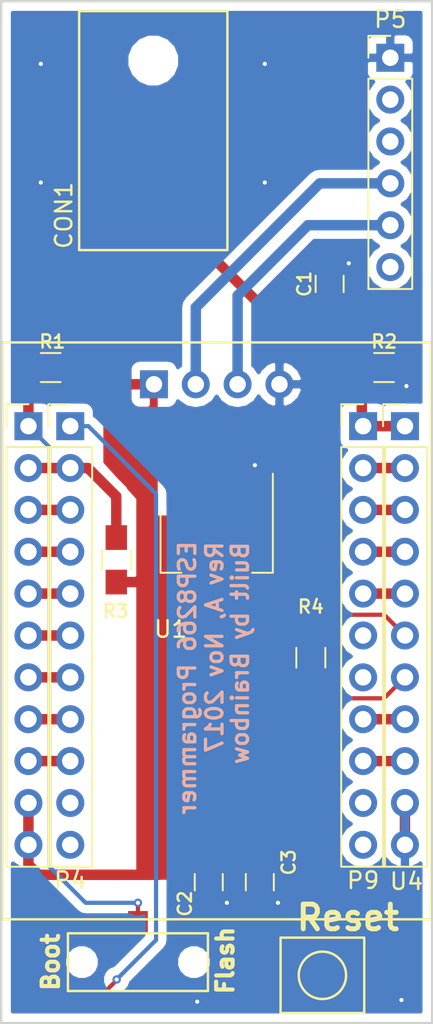
<source format=kicad_pcb>
(kicad_pcb (version 4) (host pcbnew 4.0.3-stable)

  (general
    (links 48)
    (no_connects 0)
    (area 74.924999 49.924999 101.237001 112.075001)
    (thickness 1.6)
    (drawings 10)
    (tracks 111)
    (zones 0)
    (modules 15)
    (nets 24)
  )

  (page A4)
  (layers
    (0 F.Cu signal)
    (31 B.Cu signal)
    (32 B.Adhes user)
    (33 F.Adhes user)
    (34 B.Paste user)
    (35 F.Paste user)
    (36 B.SilkS user)
    (37 F.SilkS user)
    (38 B.Mask user)
    (39 F.Mask user)
    (40 Dwgs.User user)
    (41 Cmts.User user)
    (42 Eco1.User user)
    (43 Eco2.User user)
    (44 Edge.Cuts user)
    (45 Margin user)
    (46 B.CrtYd user)
    (47 F.CrtYd user)
    (48 B.Fab user)
    (49 F.Fab user hide)
  )

  (setup
    (last_trace_width 0.254)
    (user_trace_width 0.1524)
    (user_trace_width 0.254)
    (user_trace_width 0.381)
    (user_trace_width 0.635)
    (trace_clearance 0.1524)
    (zone_clearance 0.508)
    (zone_45_only no)
    (trace_min 0.1524)
    (segment_width 0.2)
    (edge_width 0.15)
    (via_size 0.508)
    (via_drill 0.254)
    (via_min_size 0.508)
    (via_min_drill 0.254)
    (uvia_size 0.3)
    (uvia_drill 0.1)
    (uvias_allowed no)
    (uvia_min_size 0.2)
    (uvia_min_drill 0.1)
    (pcb_text_width 0.3)
    (pcb_text_size 1.5 1.5)
    (mod_edge_width 0.15)
    (mod_text_size 1 1)
    (mod_text_width 0.15)
    (pad_size 1.524 1.524)
    (pad_drill 0.762)
    (pad_to_mask_clearance 0.2)
    (aux_axis_origin 0 0)
    (visible_elements FFFFFF7F)
    (pcbplotparams
      (layerselection 0x00030_80000001)
      (usegerberextensions false)
      (excludeedgelayer true)
      (linewidth 0.100000)
      (plotframeref false)
      (viasonmask false)
      (mode 1)
      (useauxorigin false)
      (hpglpennumber 1)
      (hpglpenspeed 20)
      (hpglpendiameter 15)
      (hpglpenoverlay 2)
      (psnegative false)
      (psa4output false)
      (plotreference true)
      (plotvalue true)
      (plotinvisibletext false)
      (padsonsilk false)
      (subtractmaskfromsilk false)
      (outputformat 1)
      (mirror false)
      (drillshape 1)
      (scaleselection 1)
      (outputdirectory ""))
  )

  (net 0 "")
  (net 1 +3V3)
  (net 2 GND)
  (net 3 IO2)
  (net 4 IO15)
  (net 5 "Net-(C1-Pad1)")
  (net 6 IO0)
  (net 7 D2)
  (net 8 CLK)
  (net 9 CMD)
  (net 10 D0)
  (net 11 D1)
  (net 12 D3)
  (net 13 IO4)
  (net 14 TxD)
  (net 15 RxD)
  (net 16 IO13)
  (net 17 IO12)
  (net 18 IO14)
  (net 19 XPD)
  (net 20 T_Out)
  (net 21 IO5)
  (net 22 Flash)
  (net 23 Reset)

  (net_class Default "This is the default net class."
    (clearance 0.1524)
    (trace_width 0.1524)
    (via_dia 0.508)
    (via_drill 0.254)
    (uvia_dia 0.3)
    (uvia_drill 0.1)
    (add_net +3V3)
    (add_net CLK)
    (add_net CMD)
    (add_net D0)
    (add_net D1)
    (add_net D2)
    (add_net D3)
    (add_net Flash)
    (add_net GND)
    (add_net IO0)
    (add_net IO12)
    (add_net IO13)
    (add_net IO14)
    (add_net IO15)
    (add_net IO2)
    (add_net IO4)
    (add_net IO5)
    (add_net "Net-(C1-Pad1)")
    (add_net Reset)
    (add_net RxD)
    (add_net T_Out)
    (add_net TxD)
    (add_net XPD)
  )

  (module Pin_Headers:Pin_Header_Straight_1x11_Pitch2.54mm (layer F.Cu) (tedit 59650532) (tstamp 59FFBC40)
    (at 96.971 75.781)
    (descr "Through hole straight pin header, 1x11, 2.54mm pitch, single row")
    (tags "Through hole pin header THT 1x11 2.54mm single row")
    (path /59FFCD76)
    (fp_text reference P9 (at 0 27.559) (layer F.SilkS)
      (effects (font (size 1 1) (thickness 0.15)))
    )
    (fp_text value CONN_01X11 (at -2.54 21.59 90) (layer F.Fab)
      (effects (font (size 1 1) (thickness 0.15)))
    )
    (fp_line (start -0.635 -1.27) (end 1.27 -1.27) (layer F.Fab) (width 0.1))
    (fp_line (start 1.27 -1.27) (end 1.27 26.67) (layer F.Fab) (width 0.1))
    (fp_line (start 1.27 26.67) (end -1.27 26.67) (layer F.Fab) (width 0.1))
    (fp_line (start -1.27 26.67) (end -1.27 -0.635) (layer F.Fab) (width 0.1))
    (fp_line (start -1.27 -0.635) (end -0.635 -1.27) (layer F.Fab) (width 0.1))
    (fp_line (start -1.33 26.73) (end 1.33 26.73) (layer F.SilkS) (width 0.12))
    (fp_line (start -1.33 1.27) (end -1.33 26.73) (layer F.SilkS) (width 0.12))
    (fp_line (start 1.33 1.27) (end 1.33 26.73) (layer F.SilkS) (width 0.12))
    (fp_line (start -1.33 1.27) (end 1.33 1.27) (layer F.SilkS) (width 0.12))
    (fp_line (start -1.33 0) (end -1.33 -1.33) (layer F.SilkS) (width 0.12))
    (fp_line (start -1.33 -1.33) (end 0 -1.33) (layer F.SilkS) (width 0.12))
    (fp_line (start -1.8 -1.8) (end -1.8 27.2) (layer F.CrtYd) (width 0.05))
    (fp_line (start -1.8 27.2) (end 1.8 27.2) (layer F.CrtYd) (width 0.05))
    (fp_line (start 1.8 27.2) (end 1.8 -1.8) (layer F.CrtYd) (width 0.05))
    (fp_line (start 1.8 -1.8) (end -1.8 -1.8) (layer F.CrtYd) (width 0.05))
    (fp_text user %R (at 0 12.7 90) (layer F.Fab)
      (effects (font (size 1 1) (thickness 0.15)))
    )
    (pad 1 thru_hole rect (at 0 0) (size 1.7 1.7) (drill 1) (layers *.Cu *.Mask)
      (net 4 IO15))
    (pad 2 thru_hole oval (at 0 2.54) (size 1.7 1.7) (drill 1) (layers *.Cu *.Mask)
      (net 16 IO13))
    (pad 3 thru_hole oval (at 0 5.08) (size 1.7 1.7) (drill 1) (layers *.Cu *.Mask)
      (net 17 IO12))
    (pad 4 thru_hole oval (at 0 7.62) (size 1.7 1.7) (drill 1) (layers *.Cu *.Mask)
      (net 18 IO14))
    (pad 5 thru_hole oval (at 0 10.16) (size 1.7 1.7) (drill 1) (layers *.Cu *.Mask)
      (net 19 XPD))
    (pad 6 thru_hole oval (at 0 12.7) (size 1.7 1.7) (drill 1) (layers *.Cu *.Mask))
    (pad 7 thru_hole oval (at 0 15.24) (size 1.7 1.7) (drill 1) (layers *.Cu *.Mask))
    (pad 8 thru_hole oval (at 0 17.78) (size 1.7 1.7) (drill 1) (layers *.Cu *.Mask)
      (net 20 T_Out))
    (pad 9 thru_hole oval (at 0 20.32) (size 1.7 1.7) (drill 1) (layers *.Cu *.Mask)
      (net 21 IO5))
    (pad 10 thru_hole oval (at 0 22.86) (size 1.7 1.7) (drill 1) (layers *.Cu *.Mask))
    (pad 11 thru_hole oval (at 0 25.4) (size 1.7 1.7) (drill 1) (layers *.Cu *.Mask))
    (model ${KISYS3DMOD}/Pin_Headers.3dshapes/Pin_Header_Straight_1x11_Pitch2.54mm.wrl
      (at (xyz 0 0 0))
      (scale (xyz 1 1 1))
      (rotate (xyz 0 0 0))
    )
  )

  (module TO_SOT_Packages_SMD:SOT-223 (layer F.Cu) (tedit 58CE4E7E) (tstamp 59FFBB44)
    (at 88.081 82.766 270)
    (descr "module CMS SOT223 4 pins")
    (tags "CMS SOT")
    (path /597D5D5D)
    (attr smd)
    (fp_text reference U1 (at 5.334 2.794 360) (layer F.SilkS)
      (effects (font (size 1 1) (thickness 0.15)))
    )
    (fp_text value AZ1117 (at 5.207 1.016 360) (layer F.Fab)
      (effects (font (size 1 1) (thickness 0.15)))
    )
    (fp_text user %R (at 0 0 360) (layer F.Fab)
      (effects (font (size 0.8 0.8) (thickness 0.12)))
    )
    (fp_line (start -1.85 -2.3) (end -0.8 -3.35) (layer F.Fab) (width 0.1))
    (fp_line (start 1.91 3.41) (end 1.91 2.15) (layer F.SilkS) (width 0.12))
    (fp_line (start 1.91 -3.41) (end 1.91 -2.15) (layer F.SilkS) (width 0.12))
    (fp_line (start 4.4 -3.6) (end -4.4 -3.6) (layer F.CrtYd) (width 0.05))
    (fp_line (start 4.4 3.6) (end 4.4 -3.6) (layer F.CrtYd) (width 0.05))
    (fp_line (start -4.4 3.6) (end 4.4 3.6) (layer F.CrtYd) (width 0.05))
    (fp_line (start -4.4 -3.6) (end -4.4 3.6) (layer F.CrtYd) (width 0.05))
    (fp_line (start -1.85 -2.3) (end -1.85 3.35) (layer F.Fab) (width 0.1))
    (fp_line (start -1.85 3.41) (end 1.91 3.41) (layer F.SilkS) (width 0.12))
    (fp_line (start -0.8 -3.35) (end 1.85 -3.35) (layer F.Fab) (width 0.1))
    (fp_line (start -4.1 -3.41) (end 1.91 -3.41) (layer F.SilkS) (width 0.12))
    (fp_line (start -1.85 3.35) (end 1.85 3.35) (layer F.Fab) (width 0.1))
    (fp_line (start 1.85 -3.35) (end 1.85 3.35) (layer F.Fab) (width 0.1))
    (pad 4 smd rect (at 3.15 0 270) (size 2 3.8) (layers F.Cu F.Paste F.Mask)
      (net 1 +3V3))
    (pad 2 smd rect (at -3.15 0 270) (size 2 1.5) (layers F.Cu F.Paste F.Mask)
      (net 1 +3V3))
    (pad 3 smd rect (at -3.15 2.3 270) (size 2 1.5) (layers F.Cu F.Paste F.Mask)
      (net 5 "Net-(C1-Pad1)"))
    (pad 1 smd rect (at -3.15 -2.3 270) (size 2 1.5) (layers F.Cu F.Paste F.Mask)
      (net 2 GND))
    (model /Users/Thomas/Desktop/Socket/SOT_223.wrl
      (at (xyz 0 0 0))
      (scale (xyz 1 1 1))
      (rotate (xyz 0 0 0))
    )
  )

  (module Pin_Headers:Pin_Header_Straight_1x11_Pitch2.54mm (layer F.Cu) (tedit 59650532) (tstamp 59FFBC01)
    (at 79.191 75.781)
    (descr "Through hole straight pin header, 1x11, 2.54mm pitch, single row")
    (tags "Through hole pin header THT 1x11 2.54mm single row")
    (path /59FFCBA1)
    (fp_text reference P4 (at 0 27.559) (layer F.SilkS)
      (effects (font (size 1 1) (thickness 0.15)))
    )
    (fp_text value CONN_01X11 (at 2.159 19.939 90) (layer F.Fab)
      (effects (font (size 1 1) (thickness 0.15)))
    )
    (fp_line (start -0.635 -1.27) (end 1.27 -1.27) (layer F.Fab) (width 0.1))
    (fp_line (start 1.27 -1.27) (end 1.27 26.67) (layer F.Fab) (width 0.1))
    (fp_line (start 1.27 26.67) (end -1.27 26.67) (layer F.Fab) (width 0.1))
    (fp_line (start -1.27 26.67) (end -1.27 -0.635) (layer F.Fab) (width 0.1))
    (fp_line (start -1.27 -0.635) (end -0.635 -1.27) (layer F.Fab) (width 0.1))
    (fp_line (start -1.33 26.73) (end 1.33 26.73) (layer F.SilkS) (width 0.12))
    (fp_line (start -1.33 1.27) (end -1.33 26.73) (layer F.SilkS) (width 0.12))
    (fp_line (start 1.33 1.27) (end 1.33 26.73) (layer F.SilkS) (width 0.12))
    (fp_line (start -1.33 1.27) (end 1.33 1.27) (layer F.SilkS) (width 0.12))
    (fp_line (start -1.33 0) (end -1.33 -1.33) (layer F.SilkS) (width 0.12))
    (fp_line (start -1.33 -1.33) (end 0 -1.33) (layer F.SilkS) (width 0.12))
    (fp_line (start -1.8 -1.8) (end -1.8 27.2) (layer F.CrtYd) (width 0.05))
    (fp_line (start -1.8 27.2) (end 1.8 27.2) (layer F.CrtYd) (width 0.05))
    (fp_line (start 1.8 27.2) (end 1.8 -1.8) (layer F.CrtYd) (width 0.05))
    (fp_line (start 1.8 -1.8) (end -1.8 -1.8) (layer F.CrtYd) (width 0.05))
    (fp_text user %R (at 0 12.7 90) (layer F.Fab)
      (effects (font (size 1 1) (thickness 0.15)))
    )
    (pad 1 thru_hole rect (at 0 0) (size 1.7 1.7) (drill 1) (layers *.Cu *.Mask)
      (net 6 IO0))
    (pad 2 thru_hole oval (at 0 2.54) (size 1.7 1.7) (drill 1) (layers *.Cu *.Mask)
      (net 3 IO2))
    (pad 3 thru_hole oval (at 0 5.08) (size 1.7 1.7) (drill 1) (layers *.Cu *.Mask)
      (net 7 D2))
    (pad 4 thru_hole oval (at 0 7.62) (size 1.7 1.7) (drill 1) (layers *.Cu *.Mask)
      (net 8 CLK))
    (pad 5 thru_hole oval (at 0 10.16) (size 1.7 1.7) (drill 1) (layers *.Cu *.Mask)
      (net 9 CMD))
    (pad 6 thru_hole oval (at 0 12.7) (size 1.7 1.7) (drill 1) (layers *.Cu *.Mask)
      (net 10 D0))
    (pad 7 thru_hole oval (at 0 15.24) (size 1.7 1.7) (drill 1) (layers *.Cu *.Mask)
      (net 11 D1))
    (pad 8 thru_hole oval (at 0 17.78) (size 1.7 1.7) (drill 1) (layers *.Cu *.Mask)
      (net 12 D3))
    (pad 9 thru_hole oval (at 0 20.32) (size 1.7 1.7) (drill 1) (layers *.Cu *.Mask)
      (net 13 IO4))
    (pad 10 thru_hole oval (at 0 22.86) (size 1.7 1.7) (drill 1) (layers *.Cu *.Mask))
    (pad 11 thru_hole oval (at 0 25.4) (size 1.7 1.7) (drill 1) (layers *.Cu *.Mask))
    (model ${KISYS3DMOD}/Pin_Headers.3dshapes/Pin_Header_Straight_1x11_Pitch2.54mm.wrl
      (at (xyz 0 0 0))
      (scale (xyz 1 1 1))
      (rotate (xyz 0 0 0))
    )
  )

  (module Pin_Headers:Pin_Header_Straight_1x06_Pitch2.54mm (layer F.Cu) (tedit 59650532) (tstamp 59FFBC0B)
    (at 98.622 53.429)
    (descr "Through hole straight pin header, 1x06, 2.54mm pitch, single row")
    (tags "Through hole pin header THT 1x06 2.54mm single row")
    (path /5979B7EB)
    (fp_text reference P5 (at 0 -2.33) (layer F.SilkS)
      (effects (font (size 1 1) (thickness 0.15)))
    )
    (fp_text value CONN_01X06 (at 8.255 -1.397) (layer F.Fab)
      (effects (font (size 1 1) (thickness 0.15)))
    )
    (fp_line (start -0.635 -1.27) (end 1.27 -1.27) (layer F.Fab) (width 0.1))
    (fp_line (start 1.27 -1.27) (end 1.27 13.97) (layer F.Fab) (width 0.1))
    (fp_line (start 1.27 13.97) (end -1.27 13.97) (layer F.Fab) (width 0.1))
    (fp_line (start -1.27 13.97) (end -1.27 -0.635) (layer F.Fab) (width 0.1))
    (fp_line (start -1.27 -0.635) (end -0.635 -1.27) (layer F.Fab) (width 0.1))
    (fp_line (start -1.33 14.03) (end 1.33 14.03) (layer F.SilkS) (width 0.12))
    (fp_line (start -1.33 1.27) (end -1.33 14.03) (layer F.SilkS) (width 0.12))
    (fp_line (start 1.33 1.27) (end 1.33 14.03) (layer F.SilkS) (width 0.12))
    (fp_line (start -1.33 1.27) (end 1.33 1.27) (layer F.SilkS) (width 0.12))
    (fp_line (start -1.33 0) (end -1.33 -1.33) (layer F.SilkS) (width 0.12))
    (fp_line (start -1.33 -1.33) (end 0 -1.33) (layer F.SilkS) (width 0.12))
    (fp_line (start -1.8 -1.8) (end -1.8 14.5) (layer F.CrtYd) (width 0.05))
    (fp_line (start -1.8 14.5) (end 1.8 14.5) (layer F.CrtYd) (width 0.05))
    (fp_line (start 1.8 14.5) (end 1.8 -1.8) (layer F.CrtYd) (width 0.05))
    (fp_line (start 1.8 -1.8) (end -1.8 -1.8) (layer F.CrtYd) (width 0.05))
    (fp_text user %R (at 0 6.35 90) (layer F.Fab)
      (effects (font (size 1 1) (thickness 0.15)))
    )
    (pad 1 thru_hole rect (at 0 0) (size 1.7 1.7) (drill 1) (layers *.Cu *.Mask)
      (net 2 GND))
    (pad 2 thru_hole oval (at 0 2.54) (size 1.7 1.7) (drill 1) (layers *.Cu *.Mask))
    (pad 3 thru_hole oval (at 0 5.08) (size 1.7 1.7) (drill 1) (layers *.Cu *.Mask))
    (pad 4 thru_hole oval (at 0 7.62) (size 1.7 1.7) (drill 1) (layers *.Cu *.Mask)
      (net 14 TxD))
    (pad 5 thru_hole oval (at 0 10.16) (size 1.7 1.7) (drill 1) (layers *.Cu *.Mask)
      (net 15 RxD))
    (pad 6 thru_hole oval (at 0 12.7) (size 1.7 1.7) (drill 1) (layers *.Cu *.Mask))
    (model ${KISYS3DMOD}/Pin_Headers.3dshapes/Pin_Header_Straight_1x06_Pitch2.54mm.wrl
      (at (xyz 0 0 0))
      (scale (xyz 1 1 1))
      (rotate (xyz 0 0 0))
    )
  )

  (module Resistors_SMD:R_0805_HandSoldering (layer F.Cu) (tedit 5A0BDA0F) (tstamp 59FFBC46)
    (at 78.001 72.225 180)
    (descr "Resistor SMD 0805, hand soldering")
    (tags "resistor 0805")
    (path /597CE0A5)
    (attr smd)
    (fp_text reference R1 (at -0.099 1.575 360) (layer F.SilkS)
      (effects (font (size 0.8 0.8) (thickness 0.15)))
    )
    (fp_text value 10k (at 0 1.75 180) (layer F.Fab)
      (effects (font (size 1 1) (thickness 0.15)))
    )
    (fp_text user %R (at 0 0 180) (layer F.Fab)
      (effects (font (size 0.5 0.5) (thickness 0.075)))
    )
    (fp_line (start -1 0.62) (end -1 -0.62) (layer F.Fab) (width 0.1))
    (fp_line (start 1 0.62) (end -1 0.62) (layer F.Fab) (width 0.1))
    (fp_line (start 1 -0.62) (end 1 0.62) (layer F.Fab) (width 0.1))
    (fp_line (start -1 -0.62) (end 1 -0.62) (layer F.Fab) (width 0.1))
    (fp_line (start 0.6 0.88) (end -0.6 0.88) (layer F.SilkS) (width 0.12))
    (fp_line (start -0.6 -0.88) (end 0.6 -0.88) (layer F.SilkS) (width 0.12))
    (fp_line (start -2.35 -0.9) (end 2.35 -0.9) (layer F.CrtYd) (width 0.05))
    (fp_line (start -2.35 -0.9) (end -2.35 0.9) (layer F.CrtYd) (width 0.05))
    (fp_line (start 2.35 0.9) (end 2.35 -0.9) (layer F.CrtYd) (width 0.05))
    (fp_line (start 2.35 0.9) (end -2.35 0.9) (layer F.CrtYd) (width 0.05))
    (pad 1 smd rect (at -1.35 0 180) (size 1.5 1.3) (layers F.Cu F.Paste F.Mask)
      (net 1 +3V3))
    (pad 2 smd rect (at 1.35 0 180) (size 1.5 1.3) (layers F.Cu F.Paste F.Mask)
      (net 22 Flash))
    (model ${KISYS3DMOD}/Resistors_SMD.3dshapes/R_0805.wrl
      (at (xyz 0 0 0))
      (scale (xyz 1 1 1))
      (rotate (xyz 0 0 0))
    )
  )

  (module Resistors_SMD:R_0805_HandSoldering (layer F.Cu) (tedit 5A0BDA23) (tstamp 59FFBC4C)
    (at 98.241 72.225 180)
    (descr "Resistor SMD 0805, hand soldering")
    (tags "resistor 0805")
    (path /597CD2F3)
    (attr smd)
    (fp_text reference R2 (at -0.009 1.575 360) (layer F.SilkS)
      (effects (font (size 0.8 0.8) (thickness 0.15)))
    )
    (fp_text value 10k (at 3.73 0 180) (layer F.Fab)
      (effects (font (size 1 1) (thickness 0.15)))
    )
    (fp_text user %R (at 0 0 180) (layer F.Fab)
      (effects (font (size 0.5 0.5) (thickness 0.075)))
    )
    (fp_line (start -1 0.62) (end -1 -0.62) (layer F.Fab) (width 0.1))
    (fp_line (start 1 0.62) (end -1 0.62) (layer F.Fab) (width 0.1))
    (fp_line (start 1 -0.62) (end 1 0.62) (layer F.Fab) (width 0.1))
    (fp_line (start -1 -0.62) (end 1 -0.62) (layer F.Fab) (width 0.1))
    (fp_line (start 0.6 0.88) (end -0.6 0.88) (layer F.SilkS) (width 0.12))
    (fp_line (start -0.6 -0.88) (end 0.6 -0.88) (layer F.SilkS) (width 0.12))
    (fp_line (start -2.35 -0.9) (end 2.35 -0.9) (layer F.CrtYd) (width 0.05))
    (fp_line (start -2.35 -0.9) (end -2.35 0.9) (layer F.CrtYd) (width 0.05))
    (fp_line (start 2.35 0.9) (end 2.35 -0.9) (layer F.CrtYd) (width 0.05))
    (fp_line (start 2.35 0.9) (end -2.35 0.9) (layer F.CrtYd) (width 0.05))
    (pad 1 smd rect (at -1.35 0 180) (size 1.5 1.3) (layers F.Cu F.Paste F.Mask)
      (net 2 GND))
    (pad 2 smd rect (at 1.35 0 180) (size 1.5 1.3) (layers F.Cu F.Paste F.Mask)
      (net 4 IO15))
    (model ${KISYS3DMOD}/Resistors_SMD.3dshapes/R_0805.wrl
      (at (xyz 0 0 0))
      (scale (xyz 1 1 1))
      (rotate (xyz 0 0 0))
    )
  )

  (module Resistors_SMD:R_0805_HandSoldering (layer F.Cu) (tedit 5A0BD9EA) (tstamp 59FFBC52)
    (at 81.985 83.8906 90)
    (descr "Resistor SMD 0805, hand soldering")
    (tags "resistor 0805")
    (path /597CDC97)
    (attr smd)
    (fp_text reference R3 (at -3.1094 -0.035 180) (layer F.SilkS)
      (effects (font (size 0.8 0.8) (thickness 0.15)))
    )
    (fp_text value 10k (at -3.857 0 90) (layer F.Fab)
      (effects (font (size 1 1) (thickness 0.15)))
    )
    (fp_text user %R (at 0 0 90) (layer F.Fab)
      (effects (font (size 0.5 0.5) (thickness 0.075)))
    )
    (fp_line (start -1 0.62) (end -1 -0.62) (layer F.Fab) (width 0.1))
    (fp_line (start 1 0.62) (end -1 0.62) (layer F.Fab) (width 0.1))
    (fp_line (start 1 -0.62) (end 1 0.62) (layer F.Fab) (width 0.1))
    (fp_line (start -1 -0.62) (end 1 -0.62) (layer F.Fab) (width 0.1))
    (fp_line (start 0.6 0.88) (end -0.6 0.88) (layer F.SilkS) (width 0.12))
    (fp_line (start -0.6 -0.88) (end 0.6 -0.88) (layer F.SilkS) (width 0.12))
    (fp_line (start -2.35 -0.9) (end 2.35 -0.9) (layer F.CrtYd) (width 0.05))
    (fp_line (start -2.35 -0.9) (end -2.35 0.9) (layer F.CrtYd) (width 0.05))
    (fp_line (start 2.35 0.9) (end 2.35 -0.9) (layer F.CrtYd) (width 0.05))
    (fp_line (start 2.35 0.9) (end -2.35 0.9) (layer F.CrtYd) (width 0.05))
    (pad 1 smd rect (at -1.35 0 90) (size 1.5 1.3) (layers F.Cu F.Paste F.Mask)
      (net 1 +3V3))
    (pad 2 smd rect (at 1.35 0 90) (size 1.5 1.3) (layers F.Cu F.Paste F.Mask)
      (net 3 IO2))
    (model ${KISYS3DMOD}/Resistors_SMD.3dshapes/R_0805.wrl
      (at (xyz 0 0 0))
      (scale (xyz 1 1 1))
      (rotate (xyz 0 0 0))
    )
  )

  (module Resistors_SMD:R_0805_HandSoldering (layer F.Cu) (tedit 5A0BD9F0) (tstamp 59FFBC58)
    (at 93.796 89.831 270)
    (descr "Resistor SMD 0805, hand soldering")
    (tags "resistor 0805")
    (path /597CC7A0)
    (attr smd)
    (fp_text reference R4 (at -3.095 0 360) (layer F.SilkS)
      (effects (font (size 0.8 0.8) (thickness 0.15)))
    )
    (fp_text value 10k (at 3.89 0 270) (layer F.Fab)
      (effects (font (size 1 1) (thickness 0.15)))
    )
    (fp_text user %R (at 0 0 270) (layer F.Fab)
      (effects (font (size 0.5 0.5) (thickness 0.075)))
    )
    (fp_line (start -1 0.62) (end -1 -0.62) (layer F.Fab) (width 0.1))
    (fp_line (start 1 0.62) (end -1 0.62) (layer F.Fab) (width 0.1))
    (fp_line (start 1 -0.62) (end 1 0.62) (layer F.Fab) (width 0.1))
    (fp_line (start -1 -0.62) (end 1 -0.62) (layer F.Fab) (width 0.1))
    (fp_line (start 0.6 0.88) (end -0.6 0.88) (layer F.SilkS) (width 0.12))
    (fp_line (start -0.6 -0.88) (end 0.6 -0.88) (layer F.SilkS) (width 0.12))
    (fp_line (start -2.35 -0.9) (end 2.35 -0.9) (layer F.CrtYd) (width 0.05))
    (fp_line (start -2.35 -0.9) (end -2.35 0.9) (layer F.CrtYd) (width 0.05))
    (fp_line (start 2.35 0.9) (end 2.35 -0.9) (layer F.CrtYd) (width 0.05))
    (fp_line (start 2.35 0.9) (end -2.35 0.9) (layer F.CrtYd) (width 0.05))
    (pad 1 smd rect (at -1.35 0 270) (size 1.5 1.3) (layers F.Cu F.Paste F.Mask)
      (net 1 +3V3))
    (pad 2 smd rect (at 1.35 0 270) (size 1.5 1.3) (layers F.Cu F.Paste F.Mask)
      (net 23 Reset))
    (model ${KISYS3DMOD}/Resistors_SMD.3dshapes/R_0805.wrl
      (at (xyz 0 0 0))
      (scale (xyz 1 1 1))
      (rotate (xyz 0 0 0))
    )
  )

  (module Capacitors_SMD:C_0805_HandSoldering (layer F.Cu) (tedit 5A0BDA2A) (tstamp 59FFD658)
    (at 94.939 67.15 90)
    (descr "Capacitor SMD 0805, hand soldering")
    (tags "capacitor 0805")
    (path /59FEA09B)
    (attr smd)
    (fp_text reference C1 (at 0 -1.539 90) (layer F.SilkS)
      (effects (font (size 0.8 0.8) (thickness 0.15)))
    )
    (fp_text value 10uF (at 0 1.75 90) (layer F.Fab)
      (effects (font (size 1 1) (thickness 0.15)))
    )
    (fp_text user %R (at 0 -1.75 90) (layer F.Fab)
      (effects (font (size 1 1) (thickness 0.15)))
    )
    (fp_line (start -1 0.62) (end -1 -0.62) (layer F.Fab) (width 0.1))
    (fp_line (start 1 0.62) (end -1 0.62) (layer F.Fab) (width 0.1))
    (fp_line (start 1 -0.62) (end 1 0.62) (layer F.Fab) (width 0.1))
    (fp_line (start -1 -0.62) (end 1 -0.62) (layer F.Fab) (width 0.1))
    (fp_line (start 0.5 -0.85) (end -0.5 -0.85) (layer F.SilkS) (width 0.12))
    (fp_line (start -0.5 0.85) (end 0.5 0.85) (layer F.SilkS) (width 0.12))
    (fp_line (start -2.25 -0.88) (end 2.25 -0.88) (layer F.CrtYd) (width 0.05))
    (fp_line (start -2.25 -0.88) (end -2.25 0.87) (layer F.CrtYd) (width 0.05))
    (fp_line (start 2.25 0.87) (end 2.25 -0.88) (layer F.CrtYd) (width 0.05))
    (fp_line (start 2.25 0.87) (end -2.25 0.87) (layer F.CrtYd) (width 0.05))
    (pad 1 smd rect (at -1.25 0 90) (size 1.5 1.25) (layers F.Cu F.Paste F.Mask)
      (net 5 "Net-(C1-Pad1)"))
    (pad 2 smd rect (at 1.25 0 90) (size 1.5 1.25) (layers F.Cu F.Paste F.Mask)
      (net 2 GND))
    (model Capacitors_SMD.3dshapes/C_0805.wrl
      (at (xyz 0 0 0))
      (scale (xyz 1 1 1))
      (rotate (xyz 0 0 0))
    )
  )

  (module Capacitors_SMD:C_0805_HandSoldering (layer F.Cu) (tedit 5A0BD9CA) (tstamp 59FFD669)
    (at 87.6 103.45 270)
    (descr "Capacitor SMD 0805, hand soldering")
    (tags "capacitor 0805")
    (path /59FE9BAD)
    (attr smd)
    (fp_text reference C2 (at 1.3 1.45 270) (layer F.SilkS)
      (effects (font (size 0.8 0.8) (thickness 0.15)))
    )
    (fp_text value 10uF (at 0 1.75 270) (layer F.Fab)
      (effects (font (size 1 1) (thickness 0.15)))
    )
    (fp_text user %R (at 0 -1.75 270) (layer F.Fab)
      (effects (font (size 1 1) (thickness 0.15)))
    )
    (fp_line (start -1 0.62) (end -1 -0.62) (layer F.Fab) (width 0.1))
    (fp_line (start 1 0.62) (end -1 0.62) (layer F.Fab) (width 0.1))
    (fp_line (start 1 -0.62) (end 1 0.62) (layer F.Fab) (width 0.1))
    (fp_line (start -1 -0.62) (end 1 -0.62) (layer F.Fab) (width 0.1))
    (fp_line (start 0.5 -0.85) (end -0.5 -0.85) (layer F.SilkS) (width 0.12))
    (fp_line (start -0.5 0.85) (end 0.5 0.85) (layer F.SilkS) (width 0.12))
    (fp_line (start -2.25 -0.88) (end 2.25 -0.88) (layer F.CrtYd) (width 0.05))
    (fp_line (start -2.25 -0.88) (end -2.25 0.87) (layer F.CrtYd) (width 0.05))
    (fp_line (start 2.25 0.87) (end 2.25 -0.88) (layer F.CrtYd) (width 0.05))
    (fp_line (start 2.25 0.87) (end -2.25 0.87) (layer F.CrtYd) (width 0.05))
    (pad 1 smd rect (at -1.25 0 270) (size 1.5 1.25) (layers F.Cu F.Paste F.Mask)
      (net 1 +3V3))
    (pad 2 smd rect (at 1.25 0 270) (size 1.5 1.25) (layers F.Cu F.Paste F.Mask)
      (net 2 GND))
    (model Capacitors_SMD.3dshapes/C_0805.wrl
      (at (xyz 0 0 0))
      (scale (xyz 1 1 1))
      (rotate (xyz 0 0 0))
    )
  )

  (module Capacitors_SMD:C_0805_HandSoldering (layer F.Cu) (tedit 5A0BD9D4) (tstamp 59FFD67A)
    (at 90.7 103.45 270)
    (descr "Capacitor SMD 0805, hand soldering")
    (tags "capacitor 0805")
    (path /597CBA2A)
    (attr smd)
    (fp_text reference C3 (at -1.2 -1.75 270) (layer F.SilkS)
      (effects (font (size 0.8 0.8) (thickness 0.15)))
    )
    (fp_text value 0.1uF (at 0 1.75 270) (layer F.Fab)
      (effects (font (size 1 1) (thickness 0.15)))
    )
    (fp_text user %R (at 0 -1.75 270) (layer F.Fab)
      (effects (font (size 1 1) (thickness 0.15)))
    )
    (fp_line (start -1 0.62) (end -1 -0.62) (layer F.Fab) (width 0.1))
    (fp_line (start 1 0.62) (end -1 0.62) (layer F.Fab) (width 0.1))
    (fp_line (start 1 -0.62) (end 1 0.62) (layer F.Fab) (width 0.1))
    (fp_line (start -1 -0.62) (end 1 -0.62) (layer F.Fab) (width 0.1))
    (fp_line (start 0.5 -0.85) (end -0.5 -0.85) (layer F.SilkS) (width 0.12))
    (fp_line (start -0.5 0.85) (end 0.5 0.85) (layer F.SilkS) (width 0.12))
    (fp_line (start -2.25 -0.88) (end 2.25 -0.88) (layer F.CrtYd) (width 0.05))
    (fp_line (start -2.25 -0.88) (end -2.25 0.87) (layer F.CrtYd) (width 0.05))
    (fp_line (start 2.25 0.87) (end 2.25 -0.88) (layer F.CrtYd) (width 0.05))
    (fp_line (start 2.25 0.87) (end -2.25 0.87) (layer F.CrtYd) (width 0.05))
    (pad 1 smd rect (at -1.25 0 270) (size 1.5 1.25) (layers F.Cu F.Paste F.Mask)
      (net 1 +3V3))
    (pad 2 smd rect (at 1.25 0 270) (size 1.5 1.25) (layers F.Cu F.Paste F.Mask)
      (net 2 GND))
    (model Capacitors_SMD.3dshapes/C_0805.wrl
      (at (xyz 0 0 0))
      (scale (xyz 1 1 1))
      (rotate (xyz 0 0 0))
    )
  )

  (module ESP:ESP-201_Socket (layer F.Cu) (tedit 59FFCF60) (tstamp 59FFD6D3)
    (at 88.081 75.781)
    (descr "Through hole straight socket strip, 1x11, 2.54mm pitch, single row")
    (tags "Through hole socket strip THT 1x11 2.54mm single row")
    (path /5979B65F)
    (fp_text reference U4 (at 11.519 27.619) (layer F.SilkS)
      (effects (font (size 1 1) (thickness 0.15)))
    )
    (fp_text value ESP-201 (at 0 29.0068) (layer F.Fab)
      (effects (font (size 1 1) (thickness 0.15)))
    )
    (fp_line (start 13.0048 29.9212) (end 13.0048 -5.08) (layer F.SilkS) (width 0.15))
    (fp_line (start -13.0048 -5.08) (end -13.0048 29.9212) (layer F.SilkS) (width 0.15))
    (fp_line (start -13 -5.08) (end 13 -5.08) (layer F.SilkS) (width 0.15))
    (fp_line (start -12.7 -1.27) (end -12.7 26.67) (layer F.Fab) (width 0.1))
    (fp_line (start -12.7 26.67) (end -10.16 26.67) (layer F.Fab) (width 0.1))
    (fp_line (start -10.16 26.67) (end -10.16 -1.27) (layer F.Fab) (width 0.1))
    (fp_line (start -10.16 -1.27) (end -12.7 -1.27) (layer F.Fab) (width 0.1))
    (fp_line (start -12.76 1.27) (end -12.76 26.73) (layer F.SilkS) (width 0.12))
    (fp_line (start -12.76 26.73) (end -10.1 26.73) (layer F.SilkS) (width 0.12))
    (fp_line (start -10.1 26.73) (end -10.1 1.27) (layer F.SilkS) (width 0.12))
    (fp_line (start -10.1 1.27) (end -12.76 1.27) (layer F.SilkS) (width 0.12))
    (fp_line (start -12.76 0) (end -12.76 -1.33) (layer F.SilkS) (width 0.12))
    (fp_line (start -12.76 -1.33) (end -11.43 -1.33) (layer F.SilkS) (width 0.12))
    (fp_text user %R (at 0 0) (layer F.Fab)
      (effects (font (size 1 1) (thickness 0.15)))
    )
    (fp_line (start 12.76 26.73) (end 12.76 1.27) (layer F.SilkS) (width 0.12))
    (fp_line (start 10.1 -1.33) (end 11.43 -1.33) (layer F.SilkS) (width 0.12))
    (fp_line (start 12.76 1.27) (end 10.1 1.27) (layer F.SilkS) (width 0.12))
    (fp_line (start 10.1 1.27) (end 10.1 26.73) (layer F.SilkS) (width 0.12))
    (fp_line (start 10.1 0) (end 10.1 -1.33) (layer F.SilkS) (width 0.12))
    (fp_line (start 10.1 26.73) (end 12.76 26.73) (layer F.SilkS) (width 0.12))
    (fp_line (start 12.7 26.67) (end 12.7 -1.27) (layer F.Fab) (width 0.1))
    (fp_line (start 10.16 -1.27) (end 10.16 26.67) (layer F.Fab) (width 0.1))
    (fp_line (start 12.7 -1.27) (end 10.16 -1.27) (layer F.Fab) (width 0.1))
    (fp_line (start 10.16 26.67) (end 12.7 26.67) (layer F.Fab) (width 0.1))
    (fp_line (start -13 29.92) (end 13 29.92) (layer F.SilkS) (width 0.15))
    (pad 5 thru_hole rect (at -11.43 0) (size 1.7 1.7) (drill 1) (layers *.Cu *.Mask)
      (net 22 Flash))
    (pad 6 thru_hole oval (at -11.43 2.54) (size 1.7 1.7) (drill 1) (layers *.Cu *.Mask)
      (net 3 IO2))
    (pad 7 thru_hole oval (at -11.43 5.08) (size 1.7 1.7) (drill 1) (layers *.Cu *.Mask)
      (net 7 D2))
    (pad 8 thru_hole oval (at -11.43 7.62) (size 1.7 1.7) (drill 1) (layers *.Cu *.Mask)
      (net 8 CLK))
    (pad 9 thru_hole oval (at -11.43 10.16) (size 1.7 1.7) (drill 1) (layers *.Cu *.Mask)
      (net 9 CMD))
    (pad 10 thru_hole oval (at -11.43 12.7) (size 1.7 1.7) (drill 1) (layers *.Cu *.Mask)
      (net 10 D0))
    (pad 11 thru_hole oval (at -11.43 15.24) (size 1.7 1.7) (drill 1) (layers *.Cu *.Mask)
      (net 11 D1))
    (pad 12 thru_hole oval (at -11.43 17.78) (size 1.7 1.7) (drill 1) (layers *.Cu *.Mask)
      (net 12 D3))
    (pad 13 thru_hole oval (at -11.43 20.32) (size 1.7 1.7) (drill 1) (layers *.Cu *.Mask)
      (net 13 IO4))
    (pad 14 thru_hole oval (at -11.43 22.86) (size 1.7 1.7) (drill 1) (layers *.Cu *.Mask)
      (net 1 +3V3))
    (pad 15 thru_hole oval (at -11.43 25.4) (size 1.7 1.7) (drill 1) (layers *.Cu *.Mask)
      (net 1 +3V3))
    (pad 21 thru_hole oval (at 11.43 12.7) (size 1.7 1.7) (drill 1) (layers *.Cu *.Mask)
      (net 1 +3V3))
    (pad 16 thru_hole rect (at 11.43 0) (size 1.7 1.7) (drill 1) (layers *.Cu *.Mask)
      (net 4 IO15))
    (pad 18 thru_hole oval (at 11.43 5.08) (size 1.7 1.7) (drill 1) (layers *.Cu *.Mask)
      (net 17 IO12))
    (pad 20 thru_hole oval (at 11.43 10.16) (size 1.7 1.7) (drill 1) (layers *.Cu *.Mask)
      (net 19 XPD))
    (pad 19 thru_hole oval (at 11.43 7.62) (size 1.7 1.7) (drill 1) (layers *.Cu *.Mask)
      (net 18 IO14))
    (pad 17 thru_hole oval (at 11.43 2.54) (size 1.7 1.7) (drill 1) (layers *.Cu *.Mask)
      (net 16 IO13))
    (pad 23 thru_hole oval (at 11.43 17.78) (size 1.7 1.7) (drill 1) (layers *.Cu *.Mask)
      (net 20 T_Out))
    (pad 25 thru_hole oval (at 11.43 22.86) (size 1.7 1.7) (drill 1) (layers *.Cu *.Mask)
      (net 2 GND))
    (pad 24 thru_hole oval (at 11.43 20.32) (size 1.7 1.7) (drill 1) (layers *.Cu *.Mask)
      (net 21 IO5))
    (pad 22 thru_hole oval (at 11.43 15.24) (size 1.7 1.7) (drill 1) (layers *.Cu *.Mask)
      (net 23 Reset))
    (pad 26 thru_hole oval (at 11.43 25.4) (size 1.7 1.7) (drill 1) (layers *.Cu *.Mask)
      (net 2 GND))
    (pad 2 thru_hole oval (at -1.27 -2.54 90) (size 1.7 1.7) (drill 1) (layers *.Cu *.Mask)
      (net 14 TxD))
    (pad 1 thru_hole rect (at -3.81 -2.54 90) (size 1.7 1.7) (drill 1) (layers *.Cu *.Mask)
      (net 1 +3V3))
    (pad 4 thru_hole oval (at 3.81 -2.54 90) (size 1.7 1.7) (drill 1) (layers *.Cu *.Mask)
      (net 2 GND))
    (pad 3 thru_hole oval (at 1.27 -2.54 90) (size 1.7 1.7) (drill 1) (layers *.Cu *.Mask)
      (net 15 RxD))
    (model /Users/Thomas/Projects/Resources/KiCAD-Libraries/Model-Libraries/3DBrainbowLib/ESP201-Socket.wrl
      (at (xyz 0 0 0))
      (scale (xyz 1 1 1))
      (rotate (xyz 0 0 270))
    )
  )

  (module BrainbowLib:TL3305_Tact_Switch (layer F.Cu) (tedit 5A0C76B6) (tstamp 5A089831)
    (at 94.5 109.1)
    (path /597C4CC6)
    (fp_text reference SW1 (at 0 3.302) (layer F.SilkS) hide
      (effects (font (size 1 1) (thickness 0.15)))
    )
    (fp_text value SW_PUSH (at 0 -3.302) (layer F.Fab)
      (effects (font (size 1 1) (thickness 0.15)))
    )
    (fp_circle (center 0 0) (end 1.016 -1.016) (layer F.SilkS) (width 0.15))
    (fp_line (start -2.54 2.286) (end -2.54 -2.286) (layer F.SilkS) (width 0.15))
    (fp_line (start 2.54 2.286) (end -2.54 2.286) (layer F.SilkS) (width 0.15))
    (fp_line (start 2.54 -2.286) (end 2.54 2.286) (layer F.SilkS) (width 0.15))
    (fp_line (start -2.54 -2.286) (end 2.54 -2.286) (layer F.SilkS) (width 0.15))
    (pad 1 smd rect (at -3.6 1.5) (size 1.6 1.4) (layers F.Cu F.Paste F.Mask)
      (net 23 Reset))
    (pad 2 smd rect (at 3.6 1.5) (size 1.6 1.4) (layers F.Cu F.Paste F.Mask)
      (net 2 GND))
    (pad 3 smd rect (at -3.6 -1.5) (size 1.6 1.4) (layers F.Cu F.Paste F.Mask))
    (pad 4 smd rect (at 3.6 -1.5) (size 1.6 1.4) (layers F.Cu F.Paste F.Mask))
  )

  (module BrainbowLib:Slide_Switch_SPDT (layer F.Cu) (tedit 5A0C76BA) (tstamp 5A08983D)
    (at 83.3 108.3)
    (path /59FF9D47)
    (fp_text reference SW2 (at 0 4.318) (layer F.SilkS) hide
      (effects (font (size 1 1) (thickness 0.15)))
    )
    (fp_text value SW_SPDT (at 0 -4.318) (layer F.Fab)
      (effects (font (size 1 1) (thickness 0.15)))
    )
    (fp_line (start 4.25 -1.75) (end 4.25 1.75) (layer F.SilkS) (width 0.15))
    (fp_line (start -4.25 -1.75) (end -4.25 1.75) (layer F.SilkS) (width 0.15))
    (fp_line (start -4.25 1.75) (end 4.25 1.75) (layer F.SilkS) (width 0.15))
    (fp_line (start -4.25 -1.75) (end 4.25 -1.75) (layer F.SilkS) (width 0.15))
    (pad 1 smd rect (at -2.5 2.4) (size 1.2 1.4) (layers F.Cu F.Paste F.Mask)
      (net 6 IO0))
    (pad 2 smd rect (at 0 -2.4) (size 1.2 1.4) (layers F.Cu F.Paste F.Mask)
      (net 22 Flash))
    (pad 3 smd rect (at 2.5 2.4) (size 1.2 1.4) (layers F.Cu F.Paste F.Mask)
      (net 2 GND))
    (pad "" np_thru_hole circle (at -3.4 0) (size 0.9 0.9) (drill 0.9) (layers *.Cu *.Mask))
    (pad "" np_thru_hole circle (at 3.4 0) (size 0.9 0.9) (drill 0.9) (layers *.Cu *.Mask))
  )

  (module BrainbowLib:PJ-036AH-SMT_BarrelJack (layer F.Cu) (tedit 5A08B412) (tstamp 5A08B699)
    (at 84.2312 50.6 270)
    (path /597D7BC5)
    (fp_text reference CON1 (at 12.4 5.4312 450) (layer F.SilkS)
      (effects (font (size 1 1) (thickness 0.15)))
    )
    (fp_text value BARREL_JACK (at 10.16 9.906 270) (layer F.Fab)
      (effects (font (size 1 1) (thickness 0.15)))
    )
    (fp_line (start 0 4.5) (end 0 -4.5) (layer F.SilkS) (width 0.15))
    (fp_line (start 14.5 4.5) (end 0 4.5) (layer F.SilkS) (width 0.15))
    (fp_line (start 14.5 -4.5) (end 14.5 4.5) (layer F.SilkS) (width 0.15))
    (fp_line (start 0 -4.5) (end 14.5 -4.5) (layer F.SilkS) (width 0.15))
    (pad "" np_thru_hole circle (at 3 0) (size 2 2) (drill 2) (layers *.Cu *.Mask))
    (pad 2 smd rect (at 6.8 -6.45) (size 3.9 6.2) (layers F.Cu F.Paste F.Mask)
      (net 2 GND))
    (pad 3 smd rect (at 6.8 6.45) (size 3.9 6.2) (layers F.Cu F.Paste F.Mask)
      (net 2 GND))
    (pad 1 smd rect (at 15.25 0.7) (size 3.3 4.4) (layers F.Cu F.Paste F.Mask)
      (net 5 "Net-(C1-Pad1)"))
    (model ../../../../../Users/Thomas/Projects/Resources/KiCAD-Libraries/Model-Libraries/3DBrainbowLib/PJ-036AH-SMT_BarrelJack.wrl
      (at (xyz 0 0 0))
      (scale (xyz 1 1 1))
      (rotate (xyz 0 0 0))
    )
  )

  (gr_text "Built by Brainbow" (at 89.5 89.55 90) (layer B.SilkS)
    (effects (font (size 1 1) (thickness 0.2)) (justify mirror))
  )
  (gr_text "Rev A, Nov 2017" (at 87.95 89.2 90) (layer B.SilkS)
    (effects (font (size 1 1) (thickness 0.2)) (justify mirror))
  )
  (gr_text "ESP8266 Programmer" (at 86.3 91.05 90) (layer B.SilkS)
    (effects (font (size 1 1) (thickness 0.2)) (justify mirror))
  )
  (gr_text Boot (at 78 108.3 90) (layer F.SilkS)
    (effects (font (size 1 1) (thickness 0.25)))
  )
  (gr_text Flash (at 88.6 108.2 90) (layer F.SilkS)
    (effects (font (size 1 1) (thickness 0.25)))
  )
  (gr_text Reset (at 96.05 105.6) (layer F.SilkS)
    (effects (font (size 1.5 1.5) (thickness 0.3)))
  )
  (gr_line (start 75 112) (end 101.162 112) (layer Edge.Cuts) (width 0.15))
  (gr_line (start 75 50) (end 75 112) (layer Edge.Cuts) (width 0.15))
  (gr_line (start 101.162 50) (end 75 50) (layer Edge.Cuts) (width 0.15))
  (gr_line (start 101.162 112) (end 101.162 50) (layer Edge.Cuts) (width 0.15))

  (segment (start 99.511 88.481) (end 98.252937 87.222937) (width 0.254) (layer F.Cu) (net 1))
  (segment (start 98.252937 87.222937) (end 91.541937 87.222937) (width 0.254) (layer F.Cu) (net 1))
  (segment (start 91.541937 87.222937) (end 90.235 85.916) (width 0.254) (layer F.Cu) (net 1))
  (segment (start 90.235 85.916) (end 88.081 85.916) (width 0.254) (layer F.Cu) (net 1))
  (segment (start 81.985 85.2406) (end 83.27 85.2406) (width 0.635) (layer F.Cu) (net 1))
  (segment (start 83.27 85.2406) (end 83.7 84.8106) (width 0.635) (layer F.Cu) (net 1))
  (segment (start 77.267919 103) (end 84.6 103) (width 0.635) (layer F.Cu) (net 1))
  (segment (start 76.651 101.181) (end 76.651 102.383081) (width 0.635) (layer F.Cu) (net 1))
  (segment (start 76.651 102.383081) (end 77.267919 103) (width 0.635) (layer F.Cu) (net 1))
  (segment (start 79.351 72.225) (end 80.736 72.225) (width 0.635) (layer F.Cu) (net 1))
  (segment (start 80.736 72.225) (end 81.752 73.241) (width 0.635) (layer F.Cu) (net 1))
  (segment (start 81.752 73.241) (end 82.744774 73.241) (width 0.635) (layer F.Cu) (net 1))
  (segment (start 82 72.496226) (end 82.744774 73.241) (width 0.635) (layer F.Cu) (net 1))
  (segment (start 82.744774 73.241) (end 84.271 73.241) (width 0.635) (layer F.Cu) (net 1))
  (segment (start 86.5406 82.7406) (end 88.081 84.281) (width 0.635) (layer F.Cu) (net 1))
  (segment (start 88.081 84.281) (end 88.081 85.916) (width 0.635) (layer F.Cu) (net 1))
  (segment (start 88.081 79.616) (end 88.081 85.916) (width 0.635) (layer F.Cu) (net 1))
  (segment (start 93.796 88.481) (end 89.011 88.481) (width 0.635) (layer F.Cu) (net 1))
  (segment (start 89.011 88.481) (end 88.081 87.551) (width 0.635) (layer F.Cu) (net 1))
  (segment (start 88.081 87.551) (end 88.081 85.916) (width 0.635) (layer F.Cu) (net 1))
  (segment (start 76.651 98.641) (end 76.651 101.181) (width 0.635) (layer F.Cu) (net 1))
  (segment (start 99.591 72.225) (end 99.591 73.341) (width 0.635) (layer F.Cu) (net 2))
  (segment (start 99.591 73.341) (end 99.6 73.35) (width 0.635) (layer F.Cu) (net 2))
  (via (at 99.6 73.35) (size 0.508) (drill 0.254) (layers F.Cu B.Cu) (net 2))
  (segment (start 90.381 79.616) (end 90.381 78.169) (width 0.635) (layer F.Cu) (net 2))
  (segment (start 90.381 78.169) (end 90.4 78.15) (width 0.635) (layer F.Cu) (net 2))
  (via (at 90.4 78.15) (size 0.508) (drill 0.254) (layers F.Cu B.Cu) (net 2))
  (segment (start 90.7 104.7) (end 91.8 104.7) (width 0.635) (layer F.Cu) (net 2))
  (via (at 91.8 104.7) (size 0.508) (drill 0.254) (layers F.Cu B.Cu) (net 2))
  (segment (start 87.6 104.7) (end 88.7 104.7) (width 0.635) (layer F.Cu) (net 2))
  (via (at 88.7 104.7) (size 0.508) (drill 0.254) (layers F.Cu B.Cu) (net 2))
  (segment (start 85.8 110.7) (end 86.9 110.7) (width 0.635) (layer F.Cu) (net 2))
  (via (at 86.9 110.7) (size 0.508) (drill 0.254) (layers F.Cu B.Cu) (net 2))
  (segment (start 98.1 110.6) (end 99.3 110.6) (width 0.635) (layer F.Cu) (net 2))
  (via (at 99.3 110.6) (size 0.508) (drill 0.254) (layers F.Cu B.Cu) (net 2))
  (segment (start 90.6812 57.4) (end 90.6812 60.6812) (width 0.635) (layer F.Cu) (net 2))
  (segment (start 90.6812 60.6812) (end 91 61) (width 0.635) (layer F.Cu) (net 2))
  (via (at 91 61) (size 0.508) (drill 0.254) (layers F.Cu B.Cu) (net 2))
  (segment (start 90.6812 57.4) (end 90.6812 54.1188) (width 0.635) (layer F.Cu) (net 2))
  (via (at 91 53.8) (size 0.508) (drill 0.254) (layers F.Cu B.Cu) (net 2))
  (segment (start 90.6812 54.1188) (end 91 53.8) (width 0.635) (layer F.Cu) (net 2))
  (segment (start 77.7812 57.4) (end 77.7812 54.1812) (width 0.635) (layer F.Cu) (net 2))
  (segment (start 77.7812 54.1812) (end 77.4 53.8) (width 0.635) (layer F.Cu) (net 2))
  (via (at 77.4 53.8) (size 0.508) (drill 0.254) (layers F.Cu B.Cu) (net 2))
  (segment (start 77.7812 57.4) (end 77.7812 60.6188) (width 0.635) (layer F.Cu) (net 2))
  (via (at 77.4 61) (size 0.508) (drill 0.254) (layers F.Cu B.Cu) (net 2))
  (segment (start 77.7812 60.6188) (end 77.4 61) (width 0.635) (layer F.Cu) (net 2))
  (segment (start 94.939 65.9) (end 96.1 65.9) (width 0.635) (layer F.Cu) (net 2))
  (via (at 96.1 65.9) (size 0.508) (drill 0.254) (layers F.Cu B.Cu) (net 2))
  (segment (start 99.511 98.641) (end 99.511 101.181) (width 0.635) (layer F.Cu) (net 2))
  (segment (start 81.985 80.0406) (end 81.985 82.5406) (width 0.635) (layer F.Cu) (net 3))
  (segment (start 80.2654 78.321) (end 81.985 80.0406) (width 0.635) (layer F.Cu) (net 3))
  (segment (start 79.191 78.321) (end 80.2654 78.321) (width 0.635) (layer F.Cu) (net 3))
  (segment (start 76.651 78.321) (end 79.191 78.321) (width 0.635) (layer F.Cu) (net 3))
  (segment (start 96.891 72.225) (end 96.891 75.701) (width 0.635) (layer F.Cu) (net 4))
  (segment (start 96.891 75.701) (end 96.971 75.781) (width 0.635) (layer F.Cu) (net 4))
  (segment (start 96.938 75.748) (end 96.971 75.781) (width 0.635) (layer F.Cu) (net 4))
  (segment (start 99.511 75.781) (end 96.971 75.781) (width 0.635) (layer F.Cu) (net 4))
  (segment (start 85.781 79.616) (end 85.781 78.011068) (width 0.635) (layer F.Cu) (net 5))
  (segment (start 91.9926 76.3144) (end 94.939 73.368) (width 0.635) (layer F.Cu) (net 5))
  (segment (start 94.939 73.368) (end 94.939 68.375) (width 0.635) (layer F.Cu) (net 5))
  (segment (start 85.781 78.011068) (end 87.477668 76.3144) (width 0.635) (layer F.Cu) (net 5))
  (segment (start 87.477668 76.3144) (end 91.9926 76.3144) (width 0.635) (layer F.Cu) (net 5))
  (segment (start 83.5312 65.8322) (end 88.1322 65.8322) (width 0.635) (layer F.Cu) (net 5))
  (segment (start 88.1322 65.8322) (end 90.7 68.4) (width 0.635) (layer F.Cu) (net 5))
  (segment (start 90.7 68.4) (end 94.939 68.4) (width 0.635) (layer F.Cu) (net 5))
  (segment (start 82.262134 109.097603) (end 82.008135 109.351602) (width 0.254) (layer B.Cu) (net 6))
  (segment (start 84.4 106.959737) (end 82.262134 109.097603) (width 0.254) (layer B.Cu) (net 6))
  (segment (start 79.191 75.781) (end 80.295 75.781) (width 0.254) (layer B.Cu) (net 6))
  (segment (start 82.008135 109.391865) (end 82.008135 109.351602) (width 0.254) (layer F.Cu) (net 6))
  (segment (start 84.4 79.886) (end 84.4 106.959737) (width 0.254) (layer B.Cu) (net 6))
  (segment (start 80.8 110.6) (end 82.008135 109.391865) (width 0.254) (layer F.Cu) (net 6))
  (segment (start 80.295 75.781) (end 84.4 79.886) (width 0.254) (layer B.Cu) (net 6))
  (segment (start 80.8 110.7) (end 80.8 110.6) (width 0.254) (layer F.Cu) (net 6))
  (via (at 82.008135 109.351602) (size 0.508) (drill 0.254) (layers F.Cu B.Cu) (net 6))
  (segment (start 76.651 80.861) (end 79.191 80.861) (width 0.635) (layer F.Cu) (net 7))
  (segment (start 76.651 83.401) (end 79.191 83.401) (width 0.635) (layer F.Cu) (net 8))
  (segment (start 76.651 85.941) (end 79.191 85.941) (width 0.635) (layer F.Cu) (net 9))
  (segment (start 76.651 88.481) (end 79.191 88.481) (width 0.635) (layer F.Cu) (net 10))
  (segment (start 76.651 91.021) (end 79.191 91.021) (width 0.635) (layer F.Cu) (net 11))
  (segment (start 76.651 93.561) (end 79.191 93.561) (width 0.635) (layer F.Cu) (net 12))
  (segment (start 76.651 96.101) (end 79.191 96.101) (width 0.635) (layer F.Cu) (net 13))
  (segment (start 86.811 73.241) (end 86.811 68.575703) (width 0.635) (layer B.Cu) (net 14))
  (segment (start 86.811 68.575703) (end 94.337703 61.049) (width 0.635) (layer B.Cu) (net 14))
  (segment (start 94.337703 61.049) (end 98.622 61.049) (width 0.635) (layer B.Cu) (net 14))
  (segment (start 89.351 73.241) (end 89.351 67.855965) (width 0.635) (layer B.Cu) (net 15))
  (segment (start 89.351 67.855965) (end 93.617965 63.589) (width 0.635) (layer B.Cu) (net 15))
  (segment (start 93.617965 63.589) (end 98.622 63.589) (width 0.635) (layer B.Cu) (net 15))
  (segment (start 99.511 78.321) (end 96.971 78.321) (width 0.635) (layer F.Cu) (net 16))
  (segment (start 99.511 80.861) (end 96.971 80.861) (width 0.635) (layer F.Cu) (net 17))
  (segment (start 99.511 83.401) (end 96.971 83.401) (width 0.635) (layer F.Cu) (net 18))
  (segment (start 99.511 85.941) (end 96.971 85.941) (width 0.635) (layer F.Cu) (net 19))
  (segment (start 99.511 93.561) (end 96.971 93.561) (width 0.635) (layer F.Cu) (net 20))
  (segment (start 99.511 96.101) (end 96.971 96.101) (width 0.635) (layer F.Cu) (net 21))
  (segment (start 77.921 102.5) (end 77.921 77.050321) (width 0.254) (layer B.Cu) (net 22))
  (segment (start 83.3 104.7) (end 80.121 104.7) (width 0.254) (layer B.Cu) (net 22))
  (segment (start 80.121 104.7) (end 77.921 102.5) (width 0.254) (layer B.Cu) (net 22))
  (segment (start 83.3 105.9) (end 83.3 104.7) (width 0.254) (layer F.Cu) (net 22))
  (via (at 83.3 104.7) (size 0.508) (drill 0.254) (layers F.Cu B.Cu) (net 22))
  (segment (start 77.921 77.050321) (end 76.651679 75.781) (width 0.254) (layer B.Cu) (net 22))
  (segment (start 76.651679 75.781) (end 76.651 75.781) (width 0.254) (layer B.Cu) (net 22))
  (segment (start 76.651 75.781) (end 76.651 72.225) (width 0.635) (layer F.Cu) (net 22))
  (segment (start 93.796 92.81932) (end 93.796 91.181) (width 0.254) (layer F.Cu) (net 23))
  (segment (start 91 110.6) (end 93.796 107.804) (width 0.254) (layer F.Cu) (net 23))
  (segment (start 90.9 110.6) (end 91 110.6) (width 0.254) (layer F.Cu) (net 23))
  (segment (start 93.796 107.804) (end 93.796 92.81932) (width 0.254) (layer F.Cu) (net 23))
  (segment (start 93.796 91.181) (end 94.7 91.181) (width 0.254) (layer F.Cu) (net 23))
  (segment (start 94.7 91.181) (end 95.813263 92.294263) (width 0.254) (layer F.Cu) (net 23))
  (segment (start 95.813263 92.294263) (end 98.237737 92.294263) (width 0.254) (layer F.Cu) (net 23))
  (segment (start 98.237737 92.294263) (end 98.661001 91.870999) (width 0.254) (layer F.Cu) (net 23))
  (segment (start 98.661001 91.870999) (end 99.511 91.021) (width 0.254) (layer F.Cu) (net 23))

  (zone (net 2) (net_name GND) (layer B.Cu) (tstamp 0) (hatch edge 0.508)
    (connect_pads (clearance 0.508))
    (min_thickness 0.254)
    (fill yes (arc_segments 16) (thermal_gap 0.508) (thermal_bridge_width 0.508))
    (polygon
      (pts
        (xy 75 50) (xy 101.2 50) (xy 101.2 112) (xy 75 112)
      )
    )
    (filled_polygon
      (pts
        (xy 100.452 74.301988) (xy 100.361 74.28356) (xy 98.661 74.28356) (xy 98.425683 74.327838) (xy 98.238923 74.448015)
        (xy 98.07289 74.334569) (xy 97.821 74.28356) (xy 96.121 74.28356) (xy 95.885683 74.327838) (xy 95.669559 74.46691)
        (xy 95.524569 74.67911) (xy 95.47356 74.931) (xy 95.47356 76.631) (xy 95.517838 76.866317) (xy 95.65691 77.082441)
        (xy 95.86911 77.227431) (xy 95.936541 77.241086) (xy 95.891853 77.270946) (xy 95.569946 77.752715) (xy 95.456907 78.321)
        (xy 95.569946 78.889285) (xy 95.891853 79.371054) (xy 96.221026 79.591) (xy 95.891853 79.810946) (xy 95.569946 80.292715)
        (xy 95.456907 80.861) (xy 95.569946 81.429285) (xy 95.891853 81.911054) (xy 96.221026 82.131) (xy 95.891853 82.350946)
        (xy 95.569946 82.832715) (xy 95.456907 83.401) (xy 95.569946 83.969285) (xy 95.891853 84.451054) (xy 96.221026 84.671)
        (xy 95.891853 84.890946) (xy 95.569946 85.372715) (xy 95.456907 85.941) (xy 95.569946 86.509285) (xy 95.891853 86.991054)
        (xy 96.221026 87.211) (xy 95.891853 87.430946) (xy 95.569946 87.912715) (xy 95.456907 88.481) (xy 95.569946 89.049285)
        (xy 95.891853 89.531054) (xy 96.221026 89.751) (xy 95.891853 89.970946) (xy 95.569946 90.452715) (xy 95.456907 91.021)
        (xy 95.569946 91.589285) (xy 95.891853 92.071054) (xy 96.221026 92.291) (xy 95.891853 92.510946) (xy 95.569946 92.992715)
        (xy 95.456907 93.561) (xy 95.569946 94.129285) (xy 95.891853 94.611054) (xy 96.221026 94.831) (xy 95.891853 95.050946)
        (xy 95.569946 95.532715) (xy 95.456907 96.101) (xy 95.569946 96.669285) (xy 95.891853 97.151054) (xy 96.221026 97.371)
        (xy 95.891853 97.590946) (xy 95.569946 98.072715) (xy 95.456907 98.641) (xy 95.569946 99.209285) (xy 95.891853 99.691054)
        (xy 96.221026 99.911) (xy 95.891853 100.130946) (xy 95.569946 100.612715) (xy 95.456907 101.181) (xy 95.569946 101.749285)
        (xy 95.891853 102.231054) (xy 96.373622 102.552961) (xy 96.941907 102.666) (xy 97.000093 102.666) (xy 97.568378 102.552961)
        (xy 98.050147 102.231054) (xy 98.239345 101.947899) (xy 98.239355 101.947924) (xy 98.629642 102.376183) (xy 99.154108 102.622486)
        (xy 99.384 102.501819) (xy 99.384 101.308) (xy 99.364 101.308) (xy 99.364 101.054) (xy 99.384 101.054)
        (xy 99.384 98.768) (xy 99.364 98.768) (xy 99.364 98.514) (xy 99.384 98.514) (xy 99.384 98.494)
        (xy 99.638 98.494) (xy 99.638 98.514) (xy 99.658 98.514) (xy 99.658 98.768) (xy 99.638 98.768)
        (xy 99.638 101.054) (xy 99.658 101.054) (xy 99.658 101.308) (xy 99.638 101.308) (xy 99.638 102.501819)
        (xy 99.867892 102.622486) (xy 100.392358 102.376183) (xy 100.452 102.310738) (xy 100.452 111.29) (xy 75.71 111.29)
        (xy 75.71 108.514873) (xy 78.814812 108.514873) (xy 78.979646 108.9138) (xy 79.284595 109.219282) (xy 79.683233 109.384811)
        (xy 80.114873 109.385188) (xy 80.5138 109.220354) (xy 80.819282 108.915405) (xy 80.984811 108.516767) (xy 80.985188 108.085127)
        (xy 80.820354 107.6862) (xy 80.515405 107.380718) (xy 80.116767 107.215189) (xy 79.685127 107.214812) (xy 79.2862 107.379646)
        (xy 78.980718 107.684595) (xy 78.815189 108.083233) (xy 78.814812 108.514873) (xy 75.71 108.514873) (xy 75.71 102.323361)
        (xy 76.053622 102.552961) (xy 76.621907 102.666) (xy 76.680093 102.666) (xy 77.172535 102.568047) (xy 77.217004 102.791605)
        (xy 77.382185 103.038815) (xy 79.582185 105.238815) (xy 79.829395 105.403996) (xy 80.121 105.462) (xy 82.816913 105.462)
        (xy 83.122391 105.588846) (xy 83.476057 105.589154) (xy 83.638 105.522241) (xy 83.638 106.644107) (xy 81.810914 108.471193)
        (xy 81.505215 108.597505) (xy 81.254917 108.847366) (xy 81.119289 109.173993) (xy 81.118981 109.527659) (xy 81.254038 109.854522)
        (xy 81.503899 110.10482) (xy 81.830526 110.240448) (xy 82.184192 110.240756) (xy 82.511055 110.105699) (xy 82.761353 109.855838)
        (xy 82.889046 109.548321) (xy 83.922494 108.514873) (xy 85.614812 108.514873) (xy 85.779646 108.9138) (xy 86.084595 109.219282)
        (xy 86.483233 109.384811) (xy 86.914873 109.385188) (xy 87.3138 109.220354) (xy 87.619282 108.915405) (xy 87.784811 108.516767)
        (xy 87.785188 108.085127) (xy 87.620354 107.6862) (xy 87.315405 107.380718) (xy 86.916767 107.215189) (xy 86.485127 107.214812)
        (xy 86.0862 107.379646) (xy 85.780718 107.684595) (xy 85.615189 108.083233) (xy 85.614812 108.514873) (xy 83.922494 108.514873)
        (xy 84.938815 107.498552) (xy 85.103996 107.251342) (xy 85.111262 107.214812) (xy 85.162 106.959737) (xy 85.162 79.886)
        (xy 85.103996 79.594395) (xy 84.958069 79.376) (xy 84.938816 79.347185) (xy 80.833815 75.242185) (xy 80.68844 75.145048)
        (xy 80.68844 74.931) (xy 80.644162 74.695683) (xy 80.50509 74.479559) (xy 80.29289 74.334569) (xy 80.041 74.28356)
        (xy 78.341 74.28356) (xy 78.105683 74.327838) (xy 77.918923 74.448015) (xy 77.75289 74.334569) (xy 77.501 74.28356)
        (xy 75.801 74.28356) (xy 75.71 74.300683) (xy 75.71 72.391) (xy 82.77356 72.391) (xy 82.77356 74.091)
        (xy 82.817838 74.326317) (xy 82.95691 74.542441) (xy 83.16911 74.687431) (xy 83.421 74.73844) (xy 85.121 74.73844)
        (xy 85.356317 74.694162) (xy 85.572441 74.55509) (xy 85.717431 74.34289) (xy 85.731086 74.275459) (xy 85.760946 74.320147)
        (xy 86.242715 74.642054) (xy 86.811 74.755093) (xy 87.379285 74.642054) (xy 87.861054 74.320147) (xy 88.081 73.990974)
        (xy 88.300946 74.320147) (xy 88.782715 74.642054) (xy 89.351 74.755093) (xy 89.919285 74.642054) (xy 90.401054 74.320147)
        (xy 90.628702 73.979447) (xy 90.695817 74.122358) (xy 91.124076 74.512645) (xy 91.53411 74.682476) (xy 91.764 74.561155)
        (xy 91.764 73.368) (xy 92.018 73.368) (xy 92.018 74.561155) (xy 92.24789 74.682476) (xy 92.657924 74.512645)
        (xy 93.086183 74.122358) (xy 93.332486 73.597892) (xy 93.211819 73.368) (xy 92.018 73.368) (xy 91.764 73.368)
        (xy 91.744 73.368) (xy 91.744 73.114) (xy 91.764 73.114) (xy 91.764 71.920845) (xy 92.018 71.920845)
        (xy 92.018 73.114) (xy 93.211819 73.114) (xy 93.332486 72.884108) (xy 93.086183 72.359642) (xy 92.657924 71.969355)
        (xy 92.24789 71.799524) (xy 92.018 71.920845) (xy 91.764 71.920845) (xy 91.53411 71.799524) (xy 91.124076 71.969355)
        (xy 90.695817 72.359642) (xy 90.628702 72.502553) (xy 90.401054 72.161853) (xy 90.3035 72.09667) (xy 90.3035 68.250503)
        (xy 94.012503 64.5415) (xy 97.47767 64.5415) (xy 97.542853 64.639054) (xy 97.872026 64.859) (xy 97.542853 65.078946)
        (xy 97.220946 65.560715) (xy 97.107907 66.129) (xy 97.220946 66.697285) (xy 97.542853 67.179054) (xy 98.024622 67.500961)
        (xy 98.592907 67.614) (xy 98.651093 67.614) (xy 99.219378 67.500961) (xy 99.701147 67.179054) (xy 100.023054 66.697285)
        (xy 100.136093 66.129) (xy 100.023054 65.560715) (xy 99.701147 65.078946) (xy 99.371974 64.859) (xy 99.701147 64.639054)
        (xy 100.023054 64.157285) (xy 100.136093 63.589) (xy 100.023054 63.020715) (xy 99.701147 62.538946) (xy 99.371974 62.319)
        (xy 99.701147 62.099054) (xy 100.023054 61.617285) (xy 100.136093 61.049) (xy 100.023054 60.480715) (xy 99.701147 59.998946)
        (xy 99.371974 59.779) (xy 99.701147 59.559054) (xy 100.023054 59.077285) (xy 100.136093 58.509) (xy 100.023054 57.940715)
        (xy 99.701147 57.458946) (xy 99.371974 57.239) (xy 99.701147 57.019054) (xy 100.023054 56.537285) (xy 100.136093 55.969)
        (xy 100.023054 55.400715) (xy 99.701147 54.918946) (xy 99.657223 54.889597) (xy 99.831698 54.817327) (xy 100.010327 54.638699)
        (xy 100.107 54.40531) (xy 100.107 53.71475) (xy 99.94825 53.556) (xy 98.749 53.556) (xy 98.749 53.576)
        (xy 98.495 53.576) (xy 98.495 53.556) (xy 97.29575 53.556) (xy 97.137 53.71475) (xy 97.137 54.40531)
        (xy 97.233673 54.638699) (xy 97.412302 54.817327) (xy 97.586777 54.889597) (xy 97.542853 54.918946) (xy 97.220946 55.400715)
        (xy 97.107907 55.969) (xy 97.220946 56.537285) (xy 97.542853 57.019054) (xy 97.872026 57.239) (xy 97.542853 57.458946)
        (xy 97.220946 57.940715) (xy 97.107907 58.509) (xy 97.220946 59.077285) (xy 97.542853 59.559054) (xy 97.872026 59.779)
        (xy 97.542853 59.998946) (xy 97.47767 60.0965) (xy 94.337703 60.0965) (xy 93.973197 60.169005) (xy 93.664183 60.375481)
        (xy 86.137481 67.902184) (xy 85.931005 68.211197) (xy 85.8585 68.575703) (xy 85.8585 72.09667) (xy 85.760946 72.161853)
        (xy 85.73315 72.203452) (xy 85.724162 72.155683) (xy 85.58509 71.939559) (xy 85.37289 71.794569) (xy 85.121 71.74356)
        (xy 83.421 71.74356) (xy 83.185683 71.787838) (xy 82.969559 71.92691) (xy 82.824569 72.13911) (xy 82.77356 72.391)
        (xy 75.71 72.391) (xy 75.71 53.923795) (xy 82.595916 53.923795) (xy 82.844306 54.524943) (xy 83.303837 54.985278)
        (xy 83.904552 55.234716) (xy 84.554995 55.235284) (xy 85.156143 54.986894) (xy 85.616478 54.527363) (xy 85.865916 53.926648)
        (xy 85.866484 53.276205) (xy 85.618094 52.675057) (xy 85.396116 52.45269) (xy 97.137 52.45269) (xy 97.137 53.14325)
        (xy 97.29575 53.302) (xy 98.495 53.302) (xy 98.495 52.10275) (xy 98.749 52.10275) (xy 98.749 53.302)
        (xy 99.94825 53.302) (xy 100.107 53.14325) (xy 100.107 52.45269) (xy 100.010327 52.219301) (xy 99.831698 52.040673)
        (xy 99.598309 51.944) (xy 98.90775 51.944) (xy 98.749 52.10275) (xy 98.495 52.10275) (xy 98.33625 51.944)
        (xy 97.645691 51.944) (xy 97.412302 52.040673) (xy 97.233673 52.219301) (xy 97.137 52.45269) (xy 85.396116 52.45269)
        (xy 85.158563 52.214722) (xy 84.557848 51.965284) (xy 83.907405 51.964716) (xy 83.306257 52.213106) (xy 82.845922 52.672637)
        (xy 82.596484 53.273352) (xy 82.595916 53.923795) (xy 75.71 53.923795) (xy 75.71 50.71) (xy 100.452 50.71)
      )
    )
  )
  (zone (net 1) (net_name +3V3) (layer F.Cu) (tstamp 0) (hatch edge 0.508)
    (connect_pads (clearance 0.508))
    (min_thickness 0.254)
    (fill yes (arc_segments 16) (thermal_gap 0.508) (thermal_bridge_width 0.508))
    (polygon
      (pts
        (xy 81.2 72.2) (xy 81.2 78) (xy 83.2 80.2) (xy 83.2 103.3) (xy 91.7 103.3)
        (xy 91.7 81.2) (xy 84.5 81.2) (xy 84.5 78.5) (xy 84.5 72.2)
      )
    )
    (filled_polygon
      (pts
        (xy 82.786 72.95525) (xy 82.94475 73.114) (xy 84.144 73.114) (xy 84.144 73.094) (xy 84.373 73.094)
        (xy 84.373 81.2) (xy 84.383006 81.24941) (xy 84.411447 81.291035) (xy 84.453841 81.318315) (xy 84.5 81.327)
        (xy 91.573 81.327) (xy 91.573 100.865406) (xy 91.45131 100.815) (xy 90.98575 100.815) (xy 90.827 100.97375)
        (xy 90.827 102.073) (xy 90.847 102.073) (xy 90.847 102.327) (xy 90.827 102.327) (xy 90.827 102.347)
        (xy 90.573 102.347) (xy 90.573 102.327) (xy 89.59875 102.327) (xy 89.44 102.48575) (xy 89.44 103.076309)
        (xy 89.480051 103.173) (xy 88.819949 103.173) (xy 88.86 103.076309) (xy 88.86 102.48575) (xy 88.70125 102.327)
        (xy 87.727 102.327) (xy 87.727 102.347) (xy 87.473 102.347) (xy 87.473 102.327) (xy 86.49875 102.327)
        (xy 86.34 102.48575) (xy 86.34 103.076309) (xy 86.380051 103.173) (xy 83.327 103.173) (xy 83.327 101.323691)
        (xy 86.34 101.323691) (xy 86.34 101.91425) (xy 86.49875 102.073) (xy 87.473 102.073) (xy 87.473 100.97375)
        (xy 87.727 100.97375) (xy 87.727 102.073) (xy 88.70125 102.073) (xy 88.86 101.91425) (xy 88.86 101.323691)
        (xy 89.44 101.323691) (xy 89.44 101.91425) (xy 89.59875 102.073) (xy 90.573 102.073) (xy 90.573 100.97375)
        (xy 90.41425 100.815) (xy 89.94869 100.815) (xy 89.715301 100.911673) (xy 89.536673 101.090302) (xy 89.44 101.323691)
        (xy 88.86 101.323691) (xy 88.763327 101.090302) (xy 88.584699 100.911673) (xy 88.35131 100.815) (xy 87.88575 100.815)
        (xy 87.727 100.97375) (xy 87.473 100.97375) (xy 87.31425 100.815) (xy 86.84869 100.815) (xy 86.615301 100.911673)
        (xy 86.436673 101.090302) (xy 86.34 101.323691) (xy 83.327 101.323691) (xy 83.327 86.20175) (xy 85.546 86.20175)
        (xy 85.546 87.042309) (xy 85.642673 87.275698) (xy 85.821301 87.454327) (xy 86.05469 87.551) (xy 87.79525 87.551)
        (xy 87.954 87.39225) (xy 87.954 86.043) (xy 88.208 86.043) (xy 88.208 87.39225) (xy 88.36675 87.551)
        (xy 90.10731 87.551) (xy 90.340699 87.454327) (xy 90.519327 87.275698) (xy 90.616 87.042309) (xy 90.616 86.20175)
        (xy 90.45725 86.043) (xy 88.208 86.043) (xy 87.954 86.043) (xy 85.70475 86.043) (xy 85.546 86.20175)
        (xy 83.327 86.20175) (xy 83.327 84.789691) (xy 85.546 84.789691) (xy 85.546 85.63025) (xy 85.70475 85.789)
        (xy 87.954 85.789) (xy 87.954 84.43975) (xy 88.208 84.43975) (xy 88.208 85.789) (xy 90.45725 85.789)
        (xy 90.616 85.63025) (xy 90.616 84.789691) (xy 90.519327 84.556302) (xy 90.340699 84.377673) (xy 90.10731 84.281)
        (xy 88.36675 84.281) (xy 88.208 84.43975) (xy 87.954 84.43975) (xy 87.79525 84.281) (xy 86.05469 84.281)
        (xy 85.821301 84.377673) (xy 85.642673 84.556302) (xy 85.546 84.789691) (xy 83.327 84.789691) (xy 83.327 80.2)
        (xy 83.316994 80.15059) (xy 83.293972 80.114571) (xy 82.780786 79.550067) (xy 82.658519 79.367081) (xy 82.173601 78.882163)
        (xy 81.327 77.950902) (xy 81.327 73.52675) (xy 82.786 73.52675) (xy 82.786 74.217309) (xy 82.882673 74.450698)
        (xy 83.061301 74.629327) (xy 83.29469 74.726) (xy 83.98525 74.726) (xy 84.144 74.56725) (xy 84.144 73.368)
        (xy 82.94475 73.368) (xy 82.786 73.52675) (xy 81.327 73.52675) (xy 81.327 72.327) (xy 82.786 72.327)
      )
    )
  )
)

</source>
